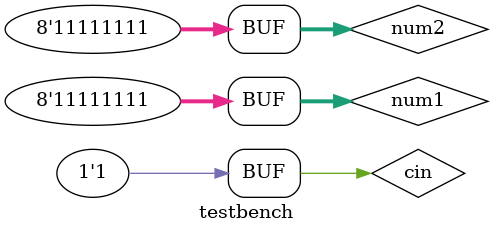
<source format=v>
`include "adder8bit.v"
module testbench;
	reg [7:0] num1;
	reg [7:0] num2;
	reg cin;
	wire [7:0] sum;
	wire cout;
	fadder8bit a1(sum,cout,num1,num2,cin);
	initial
		begin
			$dumpfile("output.vcd");$dumpvars();
			$monitor("sum=%b, cout=%b, num1=%b, num2=%b, cin=%b",sum,cout,num1,num2,cin);
			#0 	num1=8'b00000000;num2=8'b00000000;cin=0;
			#5  num1=8'b00000000;num2=8'b00000000;cin=1;
			#5  num1=8'b11111111;num2=8'b00000001;cin=0;
			#5  num1=8'b11111111;num2=8'b00000000;cin=1;
			#5  num1=8'b00001111;num2=8'b11110000;cin=0;
			#5  num1=8'b11111111;num2=8'b11111111;cin=1;
		end
endmodule
</source>
